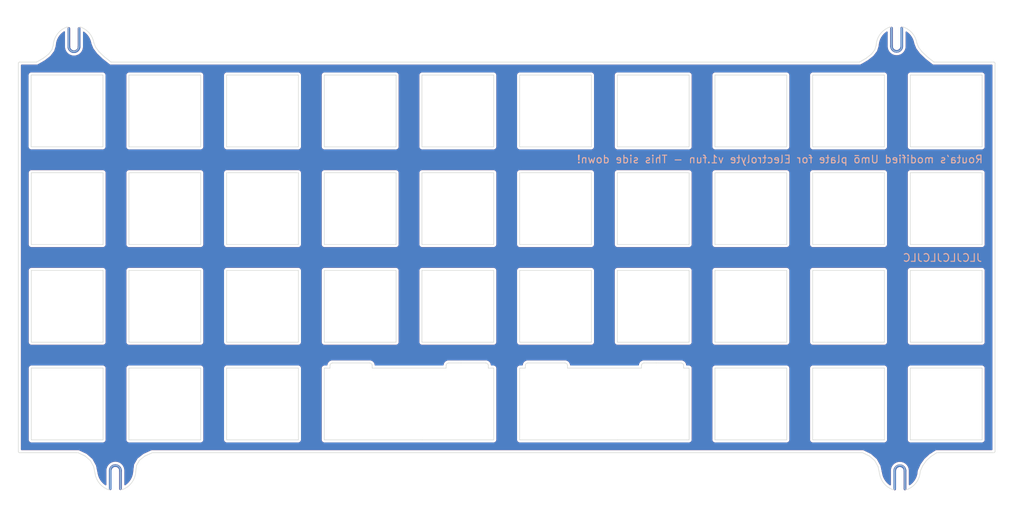
<source format=kicad_pcb>
(kicad_pcb (version 20211014) (generator pcbnew)
  (layers (0 "F.Cu" signal) (31 "B.Cu" signal) (34 "B.Paste" user) (35 "F.Paste" user) (36 "B.SilkS" user "B.Silkscreen") (37 "F.SilkS" user "F.Silkscreen") (38 "B.Mask" user) (39 "F.Mask" user) (44 "Edge.Cuts" user))
  (net 0 "")
  (footprint "footprints:Umo_kanji" (layer "F.Cu") (at 231.23 102.34)
    (fp_text reference "REF**" hide)
    (fp_text value "Umo_kanji")
  )
  (footprint "footprints:Umo_mount_plating" (layer "F.Cu") (at 69.12 128.46)
    (fp_text reference "Mount_plating" hide)
    (fp_text value "Umo mounting point plating")
    (fp_line (start 0.57 2.7) (end 0.57 -0.835534) (layer "F.Cu") (width 0.5))
    (fp_line (start -1.43 -0.835516) (end -1.43 2.7) (layer "F.Cu") (width 0.5))
    (fp_arc (start -1.43 -0.835498) (mid -0.430018 -1.835516) (end 0.57 -0.835534) (layer "F.Cu") (width 0.5))
    (fp_line (start 0.57 2.7) (end 0.57 -0.835534) (layer "B.Cu") (width 0.5))
    (fp_line (start -1.43 -0.835516) (end -1.43 2.7) (layer "B.Cu") (width 0.5))
    (fp_arc (start -1.43 -0.835498) (mid -0.430018 -1.835516) (end 0.57 -0.835534) (layer "B.Cu") (width 0.5))
  )
  (footprint "footprints:Umo_mount_plating" (layer "F.Cu") (at 222.13 128.49)
    (fp_text reference "Mount_plating" hide)
    (fp_text value "Umo mounting point plating")
    (fp_line (start 0.57 2.7) (end 0.57 -0.835534) (layer "F.Cu") (width 0.5))
    (fp_line (start -1.43 -0.835516) (end -1.43 2.7) (layer "F.Cu") (width 0.5))
    (fp_arc (start -1.43 -0.835498) (mid -0.430018 -1.835516) (end 0.57 -0.835534) (layer "F.Cu") (width 0.5))
    (fp_line (start -1.43 -0.835516) (end -1.43 2.7) (layer "B.Cu") (width 0.5))
    (fp_line (start 0.57 2.7) (end 0.57 -0.835534) (layer "B.Cu") (width 0.5))
    (fp_arc (start -1.43 -0.835498) (mid -0.430018 -1.835516) (end 0.57 -0.835534) (layer "B.Cu") (width 0.5))
  )
  (footprint "footprints:Umo_mount_plating" (layer "F.Cu") (at 220.64 44 180)
    (fp_text reference "Mount_plating" hide)
    (fp_text value "Umo mounting point plating")
    (fp_line (start 0.57 2.7) (end 0.57 -0.835534) (layer "F.Cu") (width 0.5))
    (fp_line (start -1.43 -0.835516) (end -1.43 2.7) (layer "F.Cu") (width 0.5))
    (fp_arc (start -1.43 -0.835498) (mid -0.430018 -1.835516) (end 0.57 -0.835534) (layer "F.Cu") (width 0.5))
    (fp_line (start 0.57 2.7) (end 0.57 -0.835534) (layer "B.Cu") (width 0.5))
    (fp_line (start -1.43 -0.835516) (end -1.43 2.7) (layer "B.Cu") (width 0.5))
    (fp_arc (start -1.43 -0.835498) (mid -0.430018 -1.835516) (end 0.57 -0.835534) (layer "B.Cu") (width 0.5))
  )
  (footprint "footprints:Umo_mount_plating" (layer "F.Cu") (at 60.19 44.07 180)
    (fp_text reference "Mount_plating" hide)
    (fp_text value "Umo mounting point plating")
    (fp_line (start -1.43 -0.835516) (end -1.43 2.7) (layer "F.Cu") (width 0.5))
    (fp_line (start 0.57 2.7) (end 0.57 -0.835534) (layer "F.Cu") (width 0.5))
    (fp_arc (start -1.43 -0.835498) (mid -0.430018 -1.835516) (end 0.57 -0.835534) (layer "F.Cu") (width 0.5))
    (fp_line (start 0.57 2.7) (end 0.57 -0.835534) (layer "B.Cu") (width 0.5))
    (fp_line (start -1.43 -0.835516) (end -1.43 2.7) (layer "B.Cu") (width 0.5))
    (fp_arc (start -1.43 -0.835498) (mid -0.430018 -1.835516) (end 0.57 -0.835534) (layer "B.Cu") (width 0.5))
  )
  (footprint "footprints:pohjola_site_text" (layer "B.Cu") (at 63 105.07 180)
    (fp_text reference "G***" hide)
    (fp_text value "LOGO" hide)
  )
  (gr_arc (start 123.39 88.56) (mid 123.425355 88.574645) (end 123.44 88.61) (layer "Edge.Cuts") (width 0.1))
  (gr_line (start 71.339999 121.559999) (end 71.339999 107.659999) (layer "Edge.Cuts") (width 0.1))
  (gr_line (start 199.59 64.46) (end 185.69 64.46) (layer "Edge.Cuts") (width 0.1))
  (gr_line (start 66.24 83.51) (end 52.34 83.51) (layer "Edge.Cuts") (width 0.1))
  (gr_arc (start 185.69 64.46) (mid 185.654645 64.445355) (end 185.64 64.41) (layer "Edge.Cuts") (width 0.1))
  (gr_arc (start 104.339999 88.559999) (mid 104.375354 88.574644) (end 104.389999 88.609999) (layer "Edge.Cuts") (width 0.1))
  (gr_line (start 133.7 106.617347) (end 136.098983 106.617348) (layer "Edge.Cuts") (width 0.1))
  (gr_line (start 123.39 83.51) (end 109.49 83.51) (layer "Edge.Cuts") (width 0.1))
  (gr_line (start 204.69 102.51) (end 204.69 88.61) (layer "Edge.Cuts") (width 0.1))
  (gr_line (start 222.682077 127.554861) (end 222.682077 131.090401) (layer "Edge.Cuts") (width 0.1))
  (gr_arc (start 199.64 83.46) (mid 199.625355 83.495355) (end 199.59 83.51) (layer "Edge.Cuts") (width 0.1))
  (gr_line (start 204.74 50.46) (end 218.64 50.46) (layer "Edge.Cuts") (width 0.1))
  (gr_line (start 223.79 88.56) (end 237.69 88.56) (layer "Edge.Cuts") (width 0.1))
  (gr_line (start 199.589999 121.609999) (end 185.689999 121.609999) (layer "Edge.Cuts") (width 0.1))
  (gr_line (start 85.29 102.56) (end 71.39 102.56) (layer "Edge.Cuts") (width 0.1))
  (gr_line (start 128.49 102.51) (end 128.49 88.61) (layer "Edge.Cuts") (width 0.1))
  (gr_arc (start 71.34 50.51) (mid 71.354645 50.474645) (end 71.39 50.46) (layer "Edge.Cuts") (width 0.1))
  (gr_line (start 104.39 69.56) (end 104.39 83.46) (layer "Edge.Cuts") (width 0.1))
  (gr_line (start 225.009591 44.197549) (end 225.342237 45.020621) (layer "Edge.Cuts") (width 0.1))
  (gr_arc (start 222.06669 44.870997) (mid 221.06669 45.870997) (end 220.06669 44.870997) (layer "Edge.Cuts") (width 0.1))
  (gr_arc (start 104.389999 102.509999) (mid 104.375354 102.545354) (end 104.339999 102.559999) (layer "Edge.Cuts") (width 0.1))
  (gr_line (start 166.59 83.46) (end 166.59 69.56) (layer "Edge.Cuts") (width 0.1))
  (gr_arc (start 109.49 83.51) (mid 109.454645 83.495355) (end 109.44 83.46) (layer "Edge.Cuts") (width 0.1))
  (gr_line (start 204.69 83.46) (end 204.69 69.56) (layer "Edge.Cuts") (width 0.1))
  (gr_line (start 64.454285 126.82278) (end 63.820223 125.661181) (layer "Edge.Cuts") (width 0.1))
  (gr_line (start 226.165573 126.645341) (end 226.855878 125.672761) (layer "Edge.Cuts") (width 0.1))
  (gr_arc (start 66.289999 121.559999) (mid 66.275354 121.595354) (end 66.239999 121.609999) (layer "Edge.Cuts") (width 0.1))
  (gr_line (start 62.79856 124.770537) (end 61.432508 124.12064) (layer "Edge.Cuts") (width 0.1))
  (gr_line (start 66.29 88.61) (end 66.29 102.51) (layer "Edge.Cuts") (width 0.1))
  (gr_arc (start 180.54 69.51) (mid 180.575355 69.524645) (end 180.59 69.56) (layer "Edge.Cuts") (width 0.1))
  (gr_arc (start 166.59 69.56) (mid 166.604645 69.524645) (end 166.64 69.51) (layer "Edge.Cuts") (width 0.1))
  (gr_line (start 217.071038 44.684545) (end 216.803578 45.538884) (layer "Edge.Cuts") (width 0.1))
  (gr_arc (start 237.74 83.46) (mid 237.725355 83.495355) (end 237.69 83.51) (layer "Edge.Cuts") (width 0.1))
  (gr_arc (start 147.589999 121.609999) (mid 147.554644 121.595354) (end 147.539999 121.559999) (layer "Edge.Cuts") (width 0.1))
  (gr_line (start 71.34 64.41) (end 71.34 50.51) (layer "Edge.Cuts") (width 0.1))
  (gr_arc (start 147.54 50.51) (mid 147.554645 50.474645) (end 147.59 50.46) (layer "Edge.Cuts") (width 0.1))
  (gr_arc (start 204.739999 121.609999) (mid 204.704644 121.595354) (end 204.689999 121.559999) (layer "Edge.Cuts") (width 0.1))
  (gr_line (start 218.64 64.46) (end 204.74 64.46) (layer "Edge.Cuts") (width 0.1))
  (gr_line (start 225.677739 127.74122) (end 226.165573 126.645341) (layer "Edge.Cuts") (width 0.1))
  (gr_arc (start 52.29 69.56) (mid 52.304645 69.524645) (end 52.34 69.51) (layer "Edge.Cuts") (width 0.1))
  (gr_line (start 69.682077 127.554861) (end 69.682077 131.090395) (layer "Edge.Cuts") (width 0.1))
  (gr_line (start 142.44 64.46) (end 128.54 64.46) (layer "Edge.Cuts") (width 0.1))
  (gr_arc (start 237.74 102.51) (mid 237.725355 102.545355) (end 237.69 102.56) (layer "Edge.Cuts") (width 0.1))
  (gr_arc (start 66.29 102.51) (mid 66.275355 102.545355) (end 66.24 102.56) (layer "Edge.Cuts") (width 0.1))
  (gr_arc (start 104.34 50.46) (mid 104.375355 50.474645) (end 104.39 50.51) (layer "Edge.Cuts") (width 0.1))
  (gr_line (start 237.69 83.51) (end 223.79 83.51) (layer "Edge.Cuts") (width 0.1))
  (gr_arc (start 90.439999 121.609999) (mid 90.404644 121.595354) (end 90.389999 121.559999) (layer "Edge.Cuts") (width 0.1))
  (gr_line (start 166.64 69.51) (end 180.54 69.51) (layer "Edge.Cuts") (width 0.1))
  (gr_arc (start 225.677739 127.74122) (mid 224.893369 129.939741) (end 223.01541 131.326103) (layer "Edge.Cuts") (width 0.1))
  (gr_line (start 66.239999 121.609999) (end 52.339999 121.609999) (layer "Edge.Cuts") (width 0.1))
  (gr_line (start 218.69 69.56) (end 218.69 83.46) (layer "Edge.Cuts") (width 0.1))
  (gr_line (start 71.39 69.51) (end 85.29 69.51) (layer "Edge.Cuts") (width 0.1))
  (gr_line (start 90.39 64.41) (end 90.39 50.51) (layer "Edge.Cuts") (width 0.1))
  (gr_line (start 66.266708 50.503065) (end 66.266708 64.403065) (layer "Edge.Cuts") (width 0.1))
  (gr_line (start 166.64 88.56) (end 180.54 88.56) (layer "Edge.Cuts") (width 0.1))
  (gr_arc (start 142.439847 107.617407) (mid 142.475202 107.632052) (end 142.489847 107.667407) (layer "Edge.Cuts") (width 0.1))
  (gr_arc (start 199.64 64.41) (mid 199.625355 64.445355) (end 199.59 64.46) (layer "Edge.Cuts") (width 0.1))
  (gr_line (start 161.54 69.56) (end 161.54 83.46) (layer "Edge.Cuts") (width 0.1))
  (gr_line (start 199.64 88.61) (end 199.64 102.51) (layer "Edge.Cuts") (width 0.1))
  (gr_arc (start 185.689999 121.609999) (mid 185.654644 121.595354) (end 185.639999 121.559999) (layer "Edge.Cuts") (width 0.1))
  (gr_line (start 180.54 102.56) (end 166.64 102.56) (layer "Edge.Cuts") (width 0.1))
  (gr_arc (start 49.763761 48.17064) (mid 49.836984 47.993863) (end 50.013761 47.92064) (layer "Edge.Cuts") (width 0.1))
  (gr_line (start 123.39 64.46) (end 109.49 64.46) (layer "Edge.Cuts") (width 0.1))
  (gr_line (start 166.639999 121.609999) (end 147.589999 121.609999) (layer "Edge.Cuts") (width 0.1))
  (gr_arc (start 71.34 88.61) (mid 71.354645 88.574645) (end 71.39 88.56) (layer "Edge.Cuts") (width 0.1))
  (gr_arc (start 204.689999 88.609999) (mid 204.704644 88.574644) (end 204.739999 88.559999) (layer "Edge.Cuts") (width 0.1))
  (gr_arc (start 218.64 88.56) (mid 218.675355 88.574645) (end 218.69 88.61) (layer "Edge.Cuts") (width 0.1))
  (gr_line (start 90.39 83.46) (end 90.39 69.56) (layer "Edge.Cuts") (width 0.1))
  (gr_arc (start 90.389999 107.659999) (mid 90.404644 107.624644) (end 90.439999 107.609999) (layer "Edge.Cuts") (width 0.1))
  (gr_arc (start 61.56669 41.335463) (mid 61.672352 41.131339) (end 61.900023 41.099761) (layer "Edge.Cuts") (width 0.1))
  (gr_line (start 52.266708 64.403065) (end 52.266708 50.503065) (layer "Edge.Cuts") (width 0.1))
  (gr_arc (start 128.54 102.56) (mid 128.504645 102.545355) (end 128.49 102.51) (layer "Edge.Cuts") (width 0.1))
  (gr_arc (start 204.69 50.51) (mid 204.704645 50.474645) (end 204.74 50.46) (layer "Edge.Cuts") (width 0.1))
  (gr_line (start 64.7392 128.228451) (end 64.454285 126.82278) (layer "Edge.Cuts") (width 0.1))
  (gr_line (start 215.788717 124.784766) (end 214.432508 124.12064) (layer "Edge.Cuts") (width 0.1))
  (gr_line (start 66.289999 107.659999) (end 66.289999 121.559999) (layer "Edge.Cuts") (width 0.1))
  (gr_arc (start 85.289999 88.559999) (mid 85.325354 88.574644) (end 85.339999 88.609999) (layer "Edge.Cuts") (width 0.1))
  (gr_line (start 227.02839 46.886996) (end 228.337125 47.92064) (layer "Edge.Cuts") (width 0.1))
  (gr_arc (start 166.64 102.56) (mid 166.604645 102.545355) (end 166.59 102.51) (layer "Edge.Cuts") (width 0.1))
  (gr_line (start 179.524983 107.117348) (end 179.524983 107.617348) (layer "Edge.Cuts") (width 0.1))
  (gr_arc (start 90.39 88.61) (mid 90.404645 88.574645) (end 90.44 88.56) (layer "Edge.Cuts") (width 0.1))
  (gr_line (start 237.69 102.56) (end 223.79 102.56) (layer "Edge.Cuts") (width 0.1))
  (gr_arc (start 140.924983 106.617348) (mid 141.278536 106.763795) (end 141.424983 107.117348) (layer "Edge.Cuts") (width 0.1))
  (gr_line (start 147.539999 121.559999) (end 147.539817 107.667169) (layer "Edge.Cuts") (width 0.1))
  (gr_line (start 223.74 102.51) (end 223.74 88.61) (layer "Edge.Cuts") (width 0.1))
  (gr_line (start 237.74 69.56) (end 237.74 83.46) (layer "Edge.Cuts") (width 0.1))
  (gr_arc (start 180.589999 121.559999) (mid 180.575354 121.595354) (end 180.539999 121.609999) (layer "Edge.Cuts") (width 0.1))
  (gr_line (start 142.489847 107.667407) (end 142.489999 121.559999) (layer "Edge.Cuts") (width 0.1))
  (gr_arc (start 220.682077 127.554964) (mid 221.682025 126.554861) (end 222.682077 127.554861) (layer "Edge.Cuts") (width 0.1))
  (gr_line (start 123.44 69.56) (end 123.44 83.46) (layer "Edge.Cuts") (width 0.1))
  (gr_line (start 142.49 69.56) (end 142.49 83.46) (layer "Edge.Cuts") (width 0.1))
  (gr_line (start 55.674383 46.362929) (end 54.665694 47.155191) (layer "Edge.Cuts") (width 0.1))
  (gr_line (start 104.339999 121.609999) (end 90.439999 121.609999) (layer "Edge.Cuts") (width 0.1))
  (gr_line (start 128.54 69.51) (end 142.44 69.51) (layer "Edge.Cuts") (width 0.1))
  (gr_arc (start 217.071032 44.684673) (mid 217.855392 42.486136) (end 219.733357 41.099761) (layer "Edge.Cuts") (width 0.1))
  (gr_arc (start 123.44 102.51) (mid 123.425355 102.545355) (end 123.39 102.56) (layer "Edge.Cuts") (width 0.1))
  (gr_line (start 217.739182 128.228343) (end 217.444667 126.836828) (layer "Edge.Cuts") (width 0.1))
  (gr_line (start 66.29 69.56) (end 66.29 83.46) (layer "Edge.Cuts") (width 0.1))
  (gr_line (start 52.29 83.46) (end 52.29 69.56) (layer "Edge.Cuts") (width 0.1))
  (gr_line (start 66.52839 46.886996) (end 67.837125 47.92064) (layer "Edge.Cuts") (width 0.1))
  (gr_arc (start 85.289999 107.609999) (mid 85.325354 107.624644) (end 85.339999 107.659999) (layer "Edge.Cuts") (width 0.1))
  (gr_line (start 111.048983 106.617348) (end 118.274 106.617347) (layer "Edge.Cuts") (width 0.1))
  (gr_line (start 109.49 50.46) (end 123.39 50.46) (layer "Edge.Cuts") (width 0.1))
  (gr_arc (start 66.266708 64.403065) (mid 66.252063 64.43842) (end 66.216708 64.453065) (layer "Edge.Cuts") (width 0.1))
  (gr_line (start 128.539999 121.609999) (end 109.489999 121.609999) (layer "Edge.Cuts") (width 0.1))
  (gr_arc (start 166.59 88.61) (mid 166.604645 88.574645) (end 166.64 88.56) (layer "Edge.Cuts") (width 0.1))
  (gr_line (start 185.69 69.51) (end 199.59 69.51) (layer "Edge.Cuts") (width 0.1))
  (gr_arc (start 218.64 50.46) (mid 218.675355 50.474645) (end 218.69 50.51) (layer "Edge.Cuts") (width 0.1))
  (gr_arc (start 220.682077 131.090395) (mid 220.576415 131.294519) (end 220.348744 131.326097) (layer "Edge.Cuts") (width 0.1))
  (gr_line (start 85.29 64.46) (end 71.39 64.46) (layer "Edge.Cuts") (width 0.1))
  (gr_line (start 185.639999 121.559999) (end 185.639999 107.659999) (layer "Edge.Cuts") (width 0.1))
  (gr_arc (start 123.44 64.41) (mid 123.425355 64.445355) (end 123.39 64.46) (layer "Edge.Cuts") (width 0.1))
  (gr_line (start 237.74 88.61) (end 237.74 102.51) (layer "Edge.Cuts") (width 0.1))
  (gr_line (start 225.342237 45.020621) (end 226.010995 45.916203) (layer "Edge.Cuts") (width 0.1))
  (gr_arc (start 218.643717 107.609998) (mid 218.679072 107.624643) (end 218.693717 107.659998) (layer "Edge.Cuts") (width 0.1))
  (gr_arc (start 180.59 64.41) (mid 180.575355 64.445355) (end 180.54 64.46) (layer "Edge.Cuts") (width 0.1))
  (gr_arc (start 180.54 50.46) (mid 180.575355 50.474645) (end 180.59 50.51) (layer "Edge.Cuts") (width 0.1))
  (gr_line (start 218.64 83.51) (end 204.74 83.51) (layer "Edge.Cuts") (width 0.1))
  (gr_arc (start 147.54 69.56) (mid 147.554645 69.524645) (end 147.59 69.51) (layer "Edge.Cuts") (width 0.1))
  (gr_line (start 199.589999 102.559999) (end 185.689999 102.559999) (layer "Edge.Cuts") (width 0.1))
  (gr_arc (start 199.59 50.46) (mid 199.625355 50.474645) (end 199.64 50.51) (layer "Edge.Cuts") (width 0.1))
  (gr_arc (start 223.739999 88.609999) (mid 223.754644 88.574644) (end 223.789999 88.559999) (layer "Edge.Cuts") (width 0.1))
  (gr_line (start 71.389999 107.609999) (end 85.289999 107.609999) (layer "Edge.Cuts") (width 0.1))
  (gr_line (start 180.54 64.46) (end 166.64 64.46) (layer "Edge.Cuts") (width 0.1))
  (gr_line (start 128.49 64.41) (end 128.49 50.51) (layer "Edge.Cuts") (width 0.1))
  (gr_arc (start 128.49 88.61) (mid 128.504645 88.574645) (end 128.54 88.56) (layer "Edge.Cuts") (width 0.1))
  (gr_arc (start 85.29 69.51) (mid 85.325355 69.524645) (end 85.34 69.56) (layer "Edge.Cuts") (width 0.1))
  (gr_line (start 142.44 102.56) (end 128.54 102.56) (layer "Edge.Cuts") (width 0.1))
  (gr_arc (start 180.59 102.51) (mid 180.575355 102.545355) (end 180.54 102.56) (layer "Edge.Cuts") (width 0.1))
  (gr_line (start 180.539999 121.609999) (end 166.639999 121.609999) (layer "Edge.Cuts") (width 0.1))
  (gr_arc (start 104.39 64.41) (mid 104.375355 64.445355) (end 104.34 64.46) (layer "Edge.Cuts") (width 0.1))
  (gr_arc (start 147.54 88.61) (mid 147.554645 88.574645) (end 147.59 88.56) (layer "Edge.Cuts") (width 0.1))
  (gr_line (start 174.198983 106.617348) (end 179.024983 106.617348) (layer "Edge.Cuts") (width 0.1))
  (gr_arc (start 237.689999 107.609999) (mid 237.725354 107.624644) (end 237.739999 107.659999) (layer "Edge.Cuts") (width 0.1))
  (gr_line (start 218.64 102.56) (end 204.74 102.56) (layer "Edge.Cuts") (width 0.1))
  (gr_line (start 180.59 88.61) (end 180.59 102.51) (layer "Edge.Cuts") (width 0.1))
  (gr_line (start 161.49 102.56) (end 147.59 102.56) (layer "Edge.Cuts") (width 0.1))
  (gr_line (start 161.54 88.61) (end 161.54 102.51) (layer "Edge.Cuts") (width 0.1))
  (gr_line (start 54.665694 47.155191) (end 53.336829 47.92064) (layer "Edge.Cuts") (width 0.1))
  (gr_arc (start 220.348743 131.326097) (mid 218.622883 130.131939) (end 217.739182 128.228343) (layer "Edge.Cuts") (width 0.1))
  (gr_line (start 216.807005 125.680409) (end 215.788717 124.784766) (layer "Edge.Cuts") (width 0.1))
  (gr_line (start 52.289999 121.559999) (end 52.289999 107.659999) (layer "Edge.Cuts") (width 0.1))
  (gr_line (start 185.64 102.51) (end 185.64 88.61) (layer "Edge.Cuts") (width 0.1))
  (gr_arc (start 171.3 107.117347) (mid 171.446447 106.763794) (end 171.8 106.617347) (layer "Edge.Cuts") (width 0.1))
  (gr_line (start 66.24 102.56) (end 52.34 102.56) (layer "Edge.Cuts") (width 0.1))
  (gr_line (start 185.69 50.46) (end 199.59 50.46) (layer "Edge.Cuts") (width 0.1))
  (gr_arc (start 223.74 50.51) (mid 223.754645 50.474645) (end 223.79 50.46) (layer "Edge.Cuts") (width 0.1))
  (gr_line (start 220.06669 44.870997) (end 220.06669 41.335463) (layer "Edge.Cuts") (width 0.1))
  (gr_line (start 50.013761 47.92064) (end 53.336829 47.92064) (layer "Edge.Cuts") (width 0.1))
  (gr_line (start 110.548983 107.617348) (end 110.548983 107.117348) (layer "Edge.Cuts") (width 0.1))
  (gr_arc (start 71.339999 107.659999) (mid 71.354644 107.624644) (end 71.389999 107.609999) (layer "Edge.Cuts") (width 0.1))
  (gr_line (start 228.337125 47.92064) (end 240.013761 47.92064) (layer "Edge.Cuts") (width 0.1))
  (gr_line (start 185.69 88.56) (end 199.59 88.56) (layer "Edge.Cuts") (width 0.1))
  (gr_line (start 179.524983 107.617348) (end 180.539971 107.618232) (layer "Edge.Cuts") (width 0.1))
  (gr_arc (start 59.233357 41.099755) (mid 59.461028 41.131333) (end 59.56669 41.335457) (layer "Edge.Cuts") (width 0.1))
  (gr_line (start 59.56669 44.870997) (end 59.56669 41.335457) (layer "Edge.Cuts") (width 0.1))
  (gr_arc (start 240.263761 123.87064) (mid 240.190538 124.047417) (end 240.013761 124.12064) (layer "Edge.Cuts") (width 0.1))
  (gr_arc (start 223.789999 121.609999) (mid 223.754644 121.595354) (end 223.739999 121.559999) (layer "Edge.Cuts") (width 0.1))
  (gr_line (start 104.389999 107.659999) (end 104.389999 121.559999) (layer "Edge.Cuts") (width 0.1))
  (gr_arc (start 223.79 64.46) (mid 223.754645 64.445355) (end 223.74 64.41) (layer "Edge.Cuts") (width 0.1))
  (gr_line (start 147.59 88.56) (end 161.49 88.56) (layer "Edge.Cuts") (width 0.1))
  (gr_line (start 85.339999 107.659999) (end 85.339999 121.559999) (layer "Edge.Cuts") (width 0.1))
  (gr_arc (start 204.74 83.51) (mid 204.704645 83.495355) (end 204.69 83.46) (layer "Edge.Cuts") (width 0.1))
  (gr_line (start 142.49 50.51) (end 142.49 64.41) (layer "Edge.Cuts") (width 0.1))
  (gr_line (start 90.44 88.56) (end 104.34 88.56) (layer "Edge.Cuts") (width 0.1))
  (gr_line (start 220.682077 127.554964) (end 220.682077 131.090395) (layer "Edge.Cuts") (width 0.1))
  (gr_line (start 71.39 88.56) (end 85.29 88.56) (layer "Edge.Cuts") (width 0.1))
  (gr_line (start 71.34 83.46) (end 71.34 69.56) (layer "Edge.Cuts") (width 0.1))
  (gr_arc (start 199.59 88.56) (mid 199.625355 88.574645) (end 199.64 88.61) (layer "Edge.Cuts") (width 0.1))
  (gr_line (start 237.689999 121.609999) (end 223.789999 121.609999) (layer "Edge.Cuts") (width 0.1))
  (gr_line (start 52.339999 107.609999) (end 66.239999 107.609999) (layer "Edge.Cuts") (width 0.1))
  (gr_arc (start 66.239999 107.609999) (mid 66.275354 107.624644) (end 66.289999 107.659999) (layer "Edge.Cuts") (width 0.1))
  (gr_arc (start 71.39 83.51) (mid 71.354645 83.495355) (end 71.34 83.46) (layer "Edge.Cuts") (width 0.1))
  (gr_line (start 104.34 83.51) (end 90.44 83.51) (layer "Edge.Cuts") (width 0.1))
  (gr_line (start 66.216708 64.453065) (end 52.316708 64.453065) (layer "Edge.Cuts") (width 0.1))
  (gr_arc (start 218.64 69.51) (mid 218.675355 69.524645) (end 218.69 69.56) (layer "Edge.Cuts") (width 0.1))
  (gr_arc (start 66.29 83.46) (mid 66.275355 83.495355) (end 66.24 83.51) (layer "Edge.Cuts") (width 0.1))
  (gr_arc (start 90.44 102.56) (mid 90.404645 102.545355) (end 90.39 102.51) (layer "Edge.Cuts") (width 0.1))
  (gr_arc (start 104.34 69.51) (mid 104.375355 69.524645) (end 104.39 69.56) (layer "Edge.Cuts") (width 0.1))
  (gr_line (start 204.689999 121.559999) (end 204.689999 107.659999) (layer "Edge.Cuts") (width 0.1))
  (gr_arc (start 204.74 64.46) (mid 204.704645 64.445355) (end 204.69 64.41) (layer "Edge.Cuts") (width 0.1))
  (gr_arc (start 185.64 88.61) (mid 185.654645 88.574645) (end 185.69 88.56) (layer "Edge.Cuts") (width 0.1))
  (gr_arc (start 52.289999 107.659999) (mid 52.304644 107.624644) (end 52.339999 107.609999) (layer "Edge.Cuts") (width 0.1))
  (gr_line (start 161.49 83.51) (end 147.59 83.51) (layer "Edge.Cuts") (width 0.1))
  (gr_line (start 223.739999 121.559999) (end 223.739999 107.659999) (layer "Edge.Cuts") (width 0.1))
  (gr_arc (start 218.69 64.41) (mid 218.675355 64.445355) (end 218.64 64.46) (layer "Edge.Cuts") (width 0.1))
  (gr_arc (start 85.29 50.46) (mid 85.325355 50.474645) (end 85.34 50.51) (layer "Edge.Cuts") (width 0.1))
  (gr_arc (start 185.64 69.56) (mid 185.654645 69.524645) (end 185.69 69.51) (layer "Edge.Cuts") (width 0.1))
  (gr_arc (start 50.013761 124.12064) (mid 49.836984 124.047417) (end 49.763761 123.87064) (layer "Edge.Cuts") (width 0.1))
  (gr_line (start 104.34 102.56) (end 90.44 102.56) (layer "Edge.Cuts") (width 0.1))
  (gr_arc (start 204.74 102.56) (mid 204.704645 102.545355) (end 204.69 102.51) (layer "Edge.Cuts") (width 0.1))
  (gr_arc (start 179.024983 106.617348) (mid 179.378536 106.763795) (end 179.524983 107.117348) (layer "Edge.Cuts") (width 0.1))
  (gr_arc (start 90.44 64.46) (mid 90.404645 64.445355) (end 90.39 64.41) (layer "Edge.Cuts") (width 0.1))
  (gr_line (start 223.74 83.46) (end 223.74 69.56) (layer "Edge.Cuts") (width 0.1))
  (gr_arc (start 66.216708 50.453065) (mid 66.252063 50.46771) (end 66.266708 50.503065) (layer "Edge.Cuts") (width 0.1))
  (gr_line (start 171.8 106.617347) (end 174.198983 106.617348) (layer "Edge.Cuts") (width 0.1))
  (gr_arc (start 85.339999 121.559999) (mid 85.325354 121.595354) (end 85.289999 121.609999) (layer "Edge.Cuts") (width 0.1))
  (gr_line (start 215.165694 47.155191) (end 213.836829 47.92064) (layer "Edge.Cuts") (width 0.1))
  (gr_line (start 216.803578 45.538884) (end 216.174383 46.362929) (layer "Edge.Cuts") (width 0.1))
  (gr_line (start 64.842237 45.020621) (end 65.510995 45.916203) (layer "Edge.Cuts") (width 0.1))
  (gr_line (start 67.837125 47.92064) (end 213.836829 47.92064) (layer "Edge.Cuts") (width 0.1))
  (gr_line (start 180.54 83.51) (end 166.64 83.51) (layer "Edge.Cuts") (width 0.1))
  (gr_line (start 214.432508 124.12064) (end 75.88191 124.12064) (layer "Edge.Cuts") (width 0.1))
  (gr_line (start 226.010995 45.916203) (end 227.02839 46.886996) (layer "Edge.Cuts") (width 0.1))
  (gr_arc (start 109.44 69.56) (mid 109.454645 69.524645) (end 109.49 69.51) (layer "Edge.Cuts") (width 0.1))
  (gr_arc (start 237.739999 121.559999) (mid 237.725354 121.595354) (end 237.689999 121.609999) (layer "Edge.Cuts") (width 0.1))
  (gr_arc (start 222.400024 41.099761) (mid 224.125895 42.293932) (end 225.009591 44.197549) (layer "Edge.Cuts") (width 0.1))
  (gr_arc (start 110.548983 107.117348) (mid 110.69543 106.763795) (end 111.048983 106.617348) (layer "Edge.Cuts") (width 0.1))
  (gr_line (start 123.39 102.56) (end 109.49 102.56) (layer "Edge.Cuts") (width 0.1))
  (gr_arc (start 128.54 83.51) (mid 128.504645 83.495355) (end 128.49 83.46) (layer "Edge.Cuts") (width 0.1))
  (gr_arc (start 128.49 69.56) (mid 128.504645 69.524645) (end 128.54 69.51) (layer "Edge.Cuts") (width 0.1))
  (gr_arc (start 218.69 102.51) (mid 218.675355 102.545355) (end 218.64 102.56) (layer "Edge.Cuts") (width 0.1))
  (gr_line (start 142.49 88.61) (end 142.49 102.51) (layer "Edge.Cuts") (width 0.1))
  (gr_arc (start 223.79 102.56) (mid 223.754645 102.545355) (end 223.74 102.51) (layer "Edge.Cuts") (width 0.1))
  (gr_arc (start 237.69 69.51) (mid 237.725355 69.524645) (end 237.74 69.56) (layer "Edge.Cuts") (width 0.1))
  (gr_line (start 109.489818 107.617245) (end 110.548983 107.617348) (layer "Edge.Cuts") (width 0.1))
  (gr_arc (start 52.316708 64.453065) (mid 52.281353 64.43842) (end 52.266708 64.403065) (layer "Edge.Cuts") (width 0.1))
  (gr_line (start 61.56669 44.870997) (end 61.56669 41.335463) (layer "Edge.Cuts") (width 0.1))
  (gr_line (start 85.34 69.56) (end 85.34 83.46) (layer "Edge.Cuts") (width 0.1))
  (gr_line (start 218.69 50.51) (end 218.69 64.41) (layer "Edge.Cuts") (width 0.1))
  (gr_arc (start 161.49 50.46) (mid 161.525355 50.474645) (end 161.54 50.51) (layer "Edge.Cuts") (width 0.1))
  (gr_arc (start 85.34 83.46) (mid 85.325355 83.495355) (end 85.29 83.51) (layer "Edge.Cuts") (width 0.1))
  (gr_arc (start 90.39 50.51) (mid 90.404645 50.474645) (end 90.44 50.46) (layer "Edge.Cuts") (width 0.1))
  (gr_arc (start 166.64 64.46) (mid 166.604645 64.445355) (end 166.59 64.41) (layer "Edge.Cuts") (width 0.1))
  (gr_arc (start 52.266708 50.503065) (mid 52.281353 50.46771) (end 52.316708 50.453065) (layer "Edge.Cuts") (width 0.1))
  (gr_line (start 123.44 88.61) (end 123.44 102.51) (layer "Edge.Cuts") (width 0.1))
  (gr_arc (start 161.54 102.51) (mid 161.525355 102.545355) (end 161.49 102.56) (layer "Edge.Cuts") (width 0.1))
  (gr_arc (start 109.489999 121.609999) (mid 109.454644 121.595354) (end 109.439999 121.559999) (layer "Edge.Cuts") (width 0.1))
  (gr_line (start 156.874 107.117347) (end 156.874 107.617347) (layer "Edge.Cuts") (width 0.1))
  (gr_arc (start 109.439818 107.667245) (mid 109.454463 107.63189) (end 109.489818 107.617245) (layer "Edge.Cuts") (width 0.1))
  (gr_line (start 85.34 88.61) (end 85.34 102.51) (layer "Edge.Cuts") (width 0.1))
  (gr_arc (start 142.44 50.46) (mid 142.475355 50.474645) (end 142.49 50.51) (layer "Edge.Cuts") (width 0.1))
  (gr_line (start 237.739999 107.659999) (end 237.739999 121.559999) (layer "Edge.Cuts") (width 0.1))
  (gr_line (start 123.44 50.51) (end 123.44 64.41) (layer "Edge.Cuts") (width 0.1))
  (gr_line (start 64.509591 44.197549) (end 64.842237 45.020621) (layer "Edge.Cuts") (width 0.1))
  (gr_line (start 71.39 50.46) (end 85.29 50.46) (layer "Edge.Cuts") (width 0.1))
  (gr_line (start 222.06669 44.870997) (end 222.06669 41.335463) (layer "Edge.Cuts") (width 0.1))
  (gr_line (start 147.54 64.41) (end 147.54 50.51) (layer "Edge.Cuts") (width 0.1))
  (gr_arc (start 66.24 88.56) (mid 66.275355 88.574645) (end 66.29 88.61) (layer "Edge.Cuts") (width 0.1))
  (gr_line (start 104.34 64.46) (end 90.44 64.46) (layer "Edge.Cuts") (width 0.1))
  (gr_line (start 90.44 69.51) (end 104.34 69.51) (layer "Edge.Cuts") (width 0.1))
  (gr_arc (start 128.49 50.51) (mid 128.504645 50.474645) (end 128.54 50.46) (layer "Edge.Cuts") (width 0.1))
  (gr_arc (start 148.648983 107.117348) (mid 148.79543 106.763795) (end 149.148983 106.617348) (layer "Edge.Cuts") (width 0.1))
  (gr_line (start 56.571038 44.684545) (end 56.303578 45.538884) (layer "Edge.Cuts") (width 0.1))
  (gr_line (start 223.79 50.46) (end 237.69 50.46) (layer "Edge.Cuts") (width 0.1))
  (gr_line (start 156.874 107.617347) (end 171.3 107.617347) (layer "Edge.Cuts") (width 0.1))
  (gr_arc (start 142.49 102.51) (mid 142.475355 102.545355) (end 142.44 102.56) (layer "Edge.Cuts") (width 0.1))
  (gr_arc (start 218.689999 121.559999) (mid 218.675354 121.595354) (end 218.639999 121.609999) (layer "Edge.Cuts") (width 0.1))
  (gr_line (start 90.439999 107.609999) (end 104.339999 107.609999) (layer "Edge.Cuts") (width 0.1))
  (gr_line (start 147.589817 107.617169) (end 148.648983 107.617348) (layer "Edge.Cuts") (width 0.1))
  (gr_arc (start 161.54 83.46) (mid 161.525355 83.495355) (end 161.49 83.51) (layer "Edge.Cuts") (width 0.1))
  (gr_arc (start 219.733357 41.099761) (mid 219.961028 41.131339) (end 220.06669 41.335463) (layer "Edge.Cuts") (width 0.1))
  (gr_arc (start 199.639999 121.559999) (mid 199.625354 121.595354) (end 199.589999 121.609999) (layer "Edge.Cuts") (width 0.1))
  (gr_arc (start 123.39 50.46) (mid 123.425355 50.474645) (end 123.44 50.51) (layer "Edge.Cuts") (width 0.1))
  (gr_line (start 71.34 102.51) (end 71.34 88.61) (layer "Edge.Cuts") (width 0.1))
  (gr_line (start 147.54 102.51) (end 147.54 88.61) (layer "Edge.Cuts") (width 0.1))
  (gr_line (start 171.3 107.617347) (end 171.3 107.117347) (layer "Edge.Cuts") (width 0.1))
  (gr_arc (start 199.64 102.51) (mid 199.625355 102.545355) (end 199.59 102.56) (layer "Edge.Cuts") (width 0.1))
  (gr_arc (start 52.34 102.56) (mid 52.304645 102.545355) (end 52.29 102.51) (layer "Edge.Cuts") (width 0.1))
  (gr_line (start 218.69 88.61) (end 218.69 102.51) (layer "Edge.Cuts") (width 0.1))
  (gr_arc (start 72.677728 127.741331) (mid 71.893331 129.939781) (end 70.01541 131.326097) (layer "Edge.Cuts") (width 0.1))
  (gr_arc (start 71.39 102.56) (mid 71.354645 102.545355) (end 71.34 102.51) (layer "Edge.Cuts") (width 0.1))
  (gr_line (start 142.44 83.51) (end 128.54 83.51) (layer "Edge.Cuts") (width 0.1))
  (gr_line (start 133.2 107.617347) (end 133.2 107.117347) (layer "Edge.Cuts") (width 0.1))
  (gr_line (start 216.174383 46.362929) (end 215.165694 47.155191) (layer "Edge.Cuts") (width 0.1))
  (gr_line (start 67.682077 127.554878) (end 67.682077 131.090395) (layer "Edge.Cuts") (width 0.1))
  (gr_arc (start 71.389999 121.609999) (mid 71.354644 121.595354) (end 71.339999 121.559999) (layer "Edge.Cuts") (width 0.1))
  (gr_line (start 166.59 64.41) (end 166.59 50.51) (layer "Edge.Cuts") (width 0.1))
  (gr_line (start 227.769933 124.836437) (end 228.88191 124.12064) (layer "Edge.Cuts") (width 0.1))
  (gr_arc (start 90.39 69.56) (mid 90.404645 69.524645) (end 90.44 69.51) (layer "Edge.Cuts") (width 0.1))
  (gr_arc (start 52.339999 121.609999) (mid 52.304644 121.595354) (end 52.289999 121.559999) (layer "Edge.Cuts") (width 0.1))
  (gr_arc (start 118.274 106.617347) (mid 118.627553 106.763794) (end 118.774 107.117347) (layer "Edge.Cuts") (width 0.1))
  (gr_arc (start 109.49 64.46) (mid 109.454645 64.445355) (end 109.44 64.41) (layer "Edge.Cuts") (width 0.1))
  (gr_line (start 237.74 50.51) (end 237.74 64.41) (layer "Edge.Cuts") (width 0.1))
  (gr_arc (start 147.59 64.46) (mid 147.554645 64.445355) (end 147.54 64.41) (layer "Edge.Cuts") (width 0.1))
  (gr_line (start 90.44 50.46) (end 104.34 50.46) (layer "Edge.Cuts") (width 0.1))
  (gr_line (start 63.820223 125.661181) (end 62.79856 124.770537) (layer "Edge.Cuts") (width 0.1))
  (gr_line (start 180.59 50.51) (end 180.59 64.41) (layer "Edge.Cuts") (width 0.1))
  (gr_arc (start 142.44 88.56) (mid 142.475355 88.574645) (end 142.49 88.61) (layer "Edge.Cuts") (width 0.1))
  (gr_line (start 204.74 69.51) (end 218.64 69.51) (layer "Edge.Cuts") (width 0.1))
  (gr_line (start 240.013761 124.12064) (end 228.88191 124.12064) (layer "Edge.Cuts") (width 0.1))
  (gr_line (start 147.54 83.46) (end 147.54 69.56) (layer "Edge.Cuts") (width 0.1))
  (gr_line (start 199.64 50.51) (end 199.64 64.41) (layer "Edge.Cuts") (width 0.1))
  (gr_arc (start 237.74 64.41) (mid 237.725355 64.445355) (end 237.69 64.46) (layer "Edge.Cuts") (width 0.1))
  (gr_line (start 199.59 83.51) (end 185.69 83.51) (layer "Edge.Cuts") (width 0.1))
  (gr_line (start 142.439847 107.617407) (end 141.424983 107.617348) (layer "Edge.Cuts") (width 0.1))
  (gr_arc (start 199.59 69.51) (mid 199.625355 69.524645) (end 199.64 69.56) (layer "Edge.Cuts") (width 0.1))
  (gr_line (start 142.439999 121.609999) (end 128.539999 121.609999) (layer "Edge.Cuts") (width 0.1))
  (gr_arc (start 142.44 69.51) (mid 142.475355 69.524645) (end 142.49 69.56) (layer "Edge.Cuts") (width 0.1))
  (gr_line (start 185.64 64.41) (end 185.64 50.51) (layer "Edge.Cuts") (width 0.1))
  (gr_arc (start 223.739999 107.659999) (mid 223.754644 107.624644) (end 223.789999 107.609999) (layer "Edge.Cuts") (width 0.1))
  (gr_line (start 72.677728 127.74133) (end 72.829332 126.573281) (layer "Edge.Cuts") (width 0.1))
  (gr_arc (start 133.2 107.117347) (mid 133.346447 106.763794) (end 133.7 106.617347) (layer "Edge.Cuts") (width 0.1))
  (gr_line (start 85.289999 121.609999) (end 71.389999 121.609999) (layer "Edge.Cuts") (width 0.1))
  (gr_line (start 148.648983 107.617348) (end 148.648983 107.117348) (layer "Edge.Cuts") (width 0.1))
  (gr_line (start 199.64 69.56) (end 199.64 83.46) (layer "Edge.Cuts") (width 0.1))
  (gr_line (start 56.303578 45.538884) (end 55.674383 46.362929) (layer "Edge.Cuts") (width 0.1))
  (gr_line (start 166.59 102.51) (end 166.59 88.61) (layer "Edge.Cuts") (width 0.1))
  (gr_arc (start 66.24 69.51) (mid 66.275355 69.524645) (end 66.29 69.56) (layer "Edge.Cuts") (width 0.1))
  (gr_line (start 109.44 102.51) (end 109.44 88.61) (layer "Edge.Cuts") (width 0.1))
  (gr_arc (start 185.639999 107.659999) (mid 185.654644 107.624644) (end 185.689999 107.609999) (layer "Edge.Cuts") (width 0.1))
  (gr_line (start 204.74 88.56) (end 218.64 88.56) (layer "Edge.Cuts") (width 0.1))
  (gr_arc (start 109.49 102.56) (mid 109.454645 102.545355) (end 109.44 102.51) (layer "Edge.Cuts") (width 0.1))
  (gr_line (start 109.44 64.41) (end 109.44 50.51) (layer "Edge.Cuts") (width 0.1))
  (gr_arc (start 123.39 69.51) (mid 123.425355 69.524645) (end 123.44 69.56) (layer "Edge.Cuts") (width 0.1))
  (gr_line (start 104.39 50.51) (end 104.39 64.41) (layer "Edge.Cuts") (width 0.1))
  (gr_arc (start 180.539971 107.618232) (mid 180.575326 107.632877) (end 180.589971 107.668232) (layer "Edge.Cuts") (width 0.1))
  (gr_arc (start 156.374 106.617347) (mid 156.727553 106.763794) (end 156.874 107.117347) (layer "Edge.Cuts") (width 0.1))
  (gr_arc (start 142.489999 121.559999) (mid 142.475354 121.595354) (end 142.439999 121.609999) (layer "Edge.Cuts") (width 0.1))
  (gr_arc (start 56.571024 44.684672) (mid 57.355387 42.48613) (end 59.233357 41.099755) (layer "Edge.Cuts") (width 0.1))
  (gr_line (start 118.774 107.117347) (end 118.774 107.617347) (layer "Edge.Cuts") (width 0.1))
  (gr_line (start 185.64 83.46) (end 185.64 69.56) (layer "Edge.Cuts") (width 0.1))
  (gr_line (start 109.49 69.51) (end 123.39 69.51) (layer "Edge.Cuts") (width 0.1))
  (gr_line (start 49.763761 123.87064) (end 49.763761 48.17064) (layer "Edge.Cuts") (width 0.1))
  (gr_arc (start 185.64 50.51) (mid 185.654645 50.474645) (end 185.69 50.46) (layer "Edge.Cuts") (width 0.1))
  (gr_line (start 161.49 64.46) (end 147.59 64.46) (layer "Edge.Cuts") (width 0.1))
  (gr_line (start 73.407953 125.578077) (end 74.446425 124.769008) (layer "Edge.Cuts") (width 0.1))
  (gr_arc (start 223.01541 131.326103) (mid 222.787739 131.294525) (end 222.682077 131.090401) (layer "Edge.Cuts") (width 0.1))
  (gr_arc (start 147.59 83.51) (mid 147.554645 83.495355) (end 147.54 83.46) (layer "Edge.Cuts") (width 0.1))
  (gr_arc (start 237.69 88.56) (mid 237.725355 88.574645) (end 237.74 88.61) (layer "Edge.Cuts") (width 0.1))
  (gr_arc (start 180.54 88.56) (mid 180.575355 88.574645) (end 180.59 88.61) (layer "Edge.Cuts") (width 0.1))
  (gr_line (start 166.64 50.46) (end 180.54 50.46) (layer "Edge.Cuts") (width 0.1))
  (gr_line (start 218.693717 107.659998) (end 218.689999 121.559999) (layer "Edge.Cuts") (width 0.1))
  (gr_line (start 128.54 50.46) (end 142.44 50.46) (layer "Edge.Cuts") (width 0.1))
  (gr_line (start 109.49 88.56) (end 123.39 88.56) (layer "Edge.Cuts") (width 0.1))
  (gr_arc (start 240.013761 47.92064) (mid 240.190538 47.993863) (end 240.263761 48.17064) (layer "Edge.Cuts") (width 0.1))
  (gr_arc (start 67.682077 131.090395) (mid 67.576415 131.294519) (end 67.348744 131.326097) (layer "Edge.Cuts") (width 0.1))
  (gr_line (start 199.639999 107.659999) (end 199.639999 121.559999) (layer "Edge.Cuts") (width 0.1))
  (gr_arc (start 142.49 64.41) (mid 142.475355 64.445355) (end 142.44 64.46) (layer "Edge.Cuts") (width 0.1))
  (gr_arc (start 222.06669 41.335463) (mid 222.172352 41.131339) (end 222.400023 41.099761) (layer "Edge.Cuts") (width 0.1))
  (gr_arc (start 67.682077 127.554879) (mid 68.682068 126.554861) (end 69.682077 127.554861) (layer "Edge.Cuts") (width 0.1))
  (gr_line (start 147.59 69.51) (end 161.49 69.51) (layer "Edge.Cuts") (width 0.1))
  (gr_line (start 180.59 69.56) (end 180.59 83.46) (layer "Edge.Cuts") (width 0.1))
  (gr_arc (start 161.49 88.56) (mid 161.525355 88.574645) (end 161.54 88.61) (layer "Edge.Cuts") (width 0.1))
  (gr_line (start 118.774 107.617347) (end 133.2 107.617347) (layer "Edge.Cuts") (width 0.1))
  (gr_arc (start 71.39 64.46) (mid 71.354645 64.445355) (end 71.34 64.41) (layer "Edge.Cuts") (width 0.1))
  (gr_line (start 74.446425 124.769008) (end 75.88191 124.12064) (layer "Edge.Cuts") (width 0.1))
  (gr_line (start 85.29 83.51) (end 71.39 83.51) (layer "Edge.Cuts") (width 0.1))
  (gr_line (start 52.316708 50.453065) (end 66.216708 50.453065) (layer "Edge.Cuts") (width 0.1))
  (gr_line (start 237.69 64.46) (end 223.79 64.46) (layer "Edge.Cuts") (width 0.1))
  (gr_line (start 204.739999 107.609999) (end 218.643717 107.609998) (layer "Edge.Cuts") (width 0.1))
  (gr_arc (start 67.348743 131.326097) (mid 65.622918 130.131981) (end 64.7392 128.228451) (layer "Edge.Cuts") (width 0.1))
  (gr_arc (start 123.44 83.46) (mid 123.425355 83.495355) (end 123.39 83.51) (layer "Edge.Cuts") (width 0.1))
  (gr_line (start 141.424983 107.117348) (end 141.424983 107.617348) (layer "Edge.Cuts") (width 0.1))
  (gr_arc (start 109.439999 88.609999) (mid 109.454644 88.574644) (end 109.489999 88.559999) (layer "Edge.Cuts") (width 0.1))
  (gr_arc (start 104.339999 107.609999) (mid 104.375354 107.624644) (end 104.389999 107.659999) (layer "Edge.Cuts") (width 0.1))
  (gr_arc (start 166.64 83.51) (mid 166.604645 83.495355) (end 166.59 83.46) (layer "Edge.Cuts") (width 0.1))
  (gr_line (start 240.263761 48.17064) (end 240.263761 123.87064) (layer "Edge.Cuts") (width 0.1))
  (gr_arc (start 85.34 64.41) (mid 85.325355 64.445355) (end 85.29 64.46) (layer "Edge.Cuts") (width 0.1))
  (gr_line (start 128.49 83.46) (end 128.49 69.56) (layer "Edge.Cuts") (width 0.1))
  (gr_line (start 109.44 83.46) (end 109.44 69.56) (layer "Edge.Cuts") (width 0.1))
  (gr_arc (start 147.59 102.56) (mid 147.554645 102.545355) (end 147.54 102.51) (layer "Edge.Cuts") (width 0.1))
  (gr_line (start 61.432508 124.12064) (end 50.013761 124.12064) (layer "Edge.Cuts") (width 0.1))
  (gr_arc (start 61.56669 44.870997) (mid 60.56669 45.870997) (end 59.56669 44.870997) (layer "Edge.Cuts") (width 0.1))
  (gr_arc (start 52.29 88.61) (mid 52.304645 88.574645) (end 52.34 88.56) (layer "Edge.Cuts") (width 0.1))
  (gr_line (start 52.34 88.56) (end 66.24 88.56) (layer "Edge.Cuts") (width 0.1))
  (gr_line (start 85.34 50.51) (end 85.34 64.41) (layer "Edge.Cuts") (width 0.1))
  (gr_arc (start 199.589999 107.609999) (mid 199.625354 107.624644) (end 199.639999 107.659999) (layer "Edge.Cuts") (width 0.1))
  (gr_arc (start 223.74 69.56) (mid 223.754645 69.524645) (end 223.79 69.51) (layer "Edge.Cuts") (width 0.1))
  (gr_arc (start 218.69 83.46) (mid 218.675355 83.495355) (end 218.64 83.51) (layer "Edge.Cuts") (width 0.1))
  (gr_line (start 104.39 88.61) (end 104.39 102.51) (layer "Edge.Cuts") (width 0.1))
  (gr_line (start 223.74 64.41) (end 223.74 50.51) (layer "Edge.Cuts") (width 0.1))
  (gr_arc (start 70.01541 131.326097) (mid 69.787739 131.294519) (end 69.682077 131.090395) (layer "Edge.Cuts") (width 0.1))
  (gr_arc (start 223.79 83.51) (mid 223.754645 83.495355) (end 223.74 83.46) (layer "Edge.Cuts") (width 0.1))
  (gr_arc (start 166.59 50.51) (mid 166.604645 50.474645) (end 166.64 50.46) (layer "Edge.Cuts") (width 0.1))
  (gr_arc (start 180.59 83.46) (mid 180.575355 83.495355) (end 180.54 83.51) (layer "Edge.Cuts") (width 0.1))
  (gr_arc (start 237.69 50.46) (mid 237.725355 50.474645) (end 237.74 50.51) (layer "Edge.Cuts") (width 0.1))
  (gr_arc (start 128.54 64.46) (mid 128.504645 64.445355) (end 128.49 64.41) (layer "Edge.Cuts") (width 0.1))
  (gr_line (start 90.39 102.51) (end 90.39 88.61) (layer "Edge.Cuts") (width 0.1))
  (gr_arc (start 71.34 69.56) (mid 71.354645 69.524645) (end 71.39 69.51) (layer "Edge.Cuts") (width 0.1))
  (gr_line (start 72.829332 126.573281) (end 73.407953 125.578077) (layer "Edge.Cuts") (width 0.1))
  (gr_arc (start 185.69 102.56) (mid 185.654645 102.545355) (end 185.64 102.51) (layer "Edge.Cuts") (width 0.1))
  (gr_line (start 136.098983 106.617348) (end 140.924983 106.617348) (layer "Edge.Cuts") (width 0.1))
  (gr_arc (start 85.339999 102.509999) (mid 85.325354 102.545354) (end 85.289999 102.559999) (layer "Edge.Cuts") (width 0.1))
  (gr_line (start 180.589971 107.668232) (end 180.589999 121.559999) (layer "Edge.Cuts") (width 0.1))
  (gr_arc (start 61.900024 41.099758) (mid 63.625896 42.293931) (end 64.509591 44.197549) (layer "Edge.Cuts") (width 0.1))
  (gr_line (start 109.439999 121.559999) (end 109.439818 107.667245) (layer "Edge.Cuts") (width 0.1))
  (gr_line (start 128.54 88.56) (end 142.44 88.56) (layer "Edge.Cuts") (width 0.1))
  (gr_line (start 90.389999 121.559999) (end 90.389999 107.659999) (layer "Edge.Cuts") (width 0.1))
  (gr_line (start 223.79 69.51) (end 237.69 69.51) (layer "Edge.Cuts") (width 0.1))
  (gr_arc (start 161.54 64.41) (mid 161.525355 64.445355) (end 161.49 64.46) (layer "Edge.Cuts") (width 0.1))
  (gr_line (start 226.855878 125.672761) (end 227.769933 124.836437) (layer "Edge.Cuts") (width 0.1))
  (gr_line (start 65.510995 45.916203) (end 66.52839 46.886996) (layer "Edge.Cuts") (width 0.1))
  (gr_arc (start 104.39 83.46) (mid 104.375355 83.495355) (end 104.34 83.51) (layer "Edge.Cuts") (width 0.1))
  (gr_arc (start 204.69 69.56) (mid 204.704645 69.524645) (end 204.74 69.51) (layer "Edge.Cuts") (width 0.1))
  (gr_arc (start 185.69 83.51) (mid 185.654645 83.495355) (end 185.64 83.46) (layer "Edge.Cuts") (width 0.1))
  (gr_arc (start 90.44 83.51) (mid 90.404645 83.495355) (end 90.39 83.46) (layer "Edge.Cuts") (width 0.1))
  (gr_arc (start 147.539817 107.667169) (mid 147.554462 107.631814) (end 147.589817 107.617169) (layer "Edge.Cuts") (width 0.1))
  (gr_line (start 218.639999 121.609999) (end 204.739999 121.609999) (layer "Edge.Cuts") (width 0.1))
  (gr_arc (start 142.49 83.46) (mid 142.475355 83.495355) (end 142.44 83.51) (layer "Edge.Cuts") (width 0.1))
  (gr_line (start 52.29 102.51) (end 52.29 88.61) (layer "Edge.Cuts") (width 0.1))
  (gr_line (start 52.34 69.51) (end 66.24 69.51) (layer "Edge.Cuts") (width 0.1))
  (gr_line (start 223.789999 107.609999) (end 237.689999 107.609999) (layer "Edge.Cuts") (width 0.1))
  (gr_line (start 147.59 50.46) (end 161.49 50.46) (layer "Edge.Cuts") (width 0.1))
  (gr_arc (start 109.44 50.51) (mid 109.454645 50.474645) (end 109.49 50.46) (layer "Edge.Cuts") (width 0.1))
  (gr_arc (start 52.34 83.51) (mid 52.304645 83.495355) (end 52.29 83.46) (layer "Edge.Cuts") (width 0.1))
  (gr_arc (start 104.389999 121.559999) (mid 104.375354 121.595354) (end 104.339999 121.609999) (layer "Edge.Cuts") (width 0.1))
  (gr_line (start 185.689999 107.609999) (end 199.589999 107.609999) (layer "Edge.Cuts") (width 0.1))
  (gr_line (start 204.69 64.41) (end 204.69 50.51) (layer "Edge.Cuts") (width 0.1))
  (gr_line (start 149.148983 106.617348) (end 156.374 106.617347) (layer "Edge.Cuts") (width 0.1))
  (gr_line (start 161.54 50.51) (end 161.54 64.41) (layer "Edge.Cuts") (width 0.1))
  (gr_line (start 217.444667 126.836828) (end 216.807005 125.680409) (layer "Edge.Cuts") (width 0.1))
  (gr_arc (start 161.49 69.51) (mid 161.525355 69.524645) (end 161.54 69.56) (layer "Edge.Cuts") (width 0.1))
  (gr_arc (start 204.689999 107.659999) (mid 204.704644 107.624644) (end 204.739999 107.609999) (layer "Edge.Cuts") (width 0.1))
  (gr_text "Routa's modified Umō plate for Electrolyte v1.fun - This side down!" (at 198.3 66.9) (layer "B.SilkS") (effects (font (size 1.5 1.5) (thickness 0.2)) (justify mirror)))
  (gr_text "JLCJLCJLCJLC" (at 230 86.1) (layer "B.SilkS") (effects (font (size 1.5 1.5) (thickness 0.2)) (justify mirror)))
  (zone (net 0) (net_name "") (layer "F.Cu") (connect_pads (clearance 0.508)) (min_thickness 0.254) (fill yes (thermal_gap 0.508) (thermal_bridge_width 0.508))
    (polygon (pts (xy 245.71 36.41) (xy 245.92 138.11) (xy 46.19 137.64) (xy 48.6 35.82)))
  )
  (zone (net 0) (net_name "") (layer "B.Cu") (connect_pads (clearance 0.508)) (min_thickness 0.254) (fill yes (thermal_gap 0.508) (thermal_bridge_width 0.508))
    (polygon (pts (xy 245.43 36.67) (xy 245.91 138.26) (xy 46.3 137.62) (xy 48.8 36.14) (xy 48.8 36.12)))
  )
)
</source>
